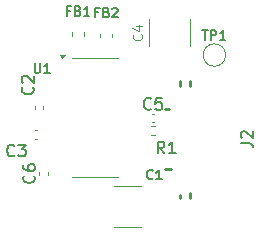
<source format=gbr>
%TF.GenerationSoftware,KiCad,Pcbnew,8.0.3*%
%TF.CreationDate,2024-11-14T20:06:39-08:00*%
%TF.ProjectId,SpeakerR,53706561-6b65-4725-922e-6b696361645f,rev?*%
%TF.SameCoordinates,Original*%
%TF.FileFunction,Legend,Top*%
%TF.FilePolarity,Positive*%
%FSLAX46Y46*%
G04 Gerber Fmt 4.6, Leading zero omitted, Abs format (unit mm)*
G04 Created by KiCad (PCBNEW 8.0.3) date 2024-11-14 20:06:39*
%MOMM*%
%LPD*%
G01*
G04 APERTURE LIST*
%ADD10C,0.150000*%
%ADD11C,0.125000*%
%ADD12C,0.250000*%
%ADD13C,0.120000*%
G04 APERTURE END LIST*
D10*
X130010819Y-104219333D02*
X130725104Y-104219333D01*
X130725104Y-104219333D02*
X130867961Y-104266952D01*
X130867961Y-104266952D02*
X130963200Y-104362190D01*
X130963200Y-104362190D02*
X131010819Y-104505047D01*
X131010819Y-104505047D02*
X131010819Y-104600285D01*
X130106057Y-103790761D02*
X130058438Y-103743142D01*
X130058438Y-103743142D02*
X130010819Y-103647904D01*
X130010819Y-103647904D02*
X130010819Y-103409809D01*
X130010819Y-103409809D02*
X130058438Y-103314571D01*
X130058438Y-103314571D02*
X130106057Y-103266952D01*
X130106057Y-103266952D02*
X130201295Y-103219333D01*
X130201295Y-103219333D02*
X130296533Y-103219333D01*
X130296533Y-103219333D02*
X130439390Y-103266952D01*
X130439390Y-103266952D02*
X131010819Y-103838380D01*
X131010819Y-103838380D02*
X131010819Y-103219333D01*
X123531333Y-105102819D02*
X123198000Y-104626628D01*
X122959905Y-105102819D02*
X122959905Y-104102819D01*
X122959905Y-104102819D02*
X123340857Y-104102819D01*
X123340857Y-104102819D02*
X123436095Y-104150438D01*
X123436095Y-104150438D02*
X123483714Y-104198057D01*
X123483714Y-104198057D02*
X123531333Y-104293295D01*
X123531333Y-104293295D02*
X123531333Y-104436152D01*
X123531333Y-104436152D02*
X123483714Y-104531390D01*
X123483714Y-104531390D02*
X123436095Y-104579009D01*
X123436095Y-104579009D02*
X123340857Y-104626628D01*
X123340857Y-104626628D02*
X122959905Y-104626628D01*
X124483714Y-105102819D02*
X123912286Y-105102819D01*
X124198000Y-105102819D02*
X124198000Y-104102819D01*
X124198000Y-104102819D02*
X124102762Y-104245676D01*
X124102762Y-104245676D02*
X124007524Y-104340914D01*
X124007524Y-104340914D02*
X123912286Y-104388533D01*
X112483580Y-106973666D02*
X112531200Y-107021285D01*
X112531200Y-107021285D02*
X112578819Y-107164142D01*
X112578819Y-107164142D02*
X112578819Y-107259380D01*
X112578819Y-107259380D02*
X112531200Y-107402237D01*
X112531200Y-107402237D02*
X112435961Y-107497475D01*
X112435961Y-107497475D02*
X112340723Y-107545094D01*
X112340723Y-107545094D02*
X112150247Y-107592713D01*
X112150247Y-107592713D02*
X112007390Y-107592713D01*
X112007390Y-107592713D02*
X111816914Y-107545094D01*
X111816914Y-107545094D02*
X111721676Y-107497475D01*
X111721676Y-107497475D02*
X111626438Y-107402237D01*
X111626438Y-107402237D02*
X111578819Y-107259380D01*
X111578819Y-107259380D02*
X111578819Y-107164142D01*
X111578819Y-107164142D02*
X111626438Y-107021285D01*
X111626438Y-107021285D02*
X111674057Y-106973666D01*
X111578819Y-106116523D02*
X111578819Y-106306999D01*
X111578819Y-106306999D02*
X111626438Y-106402237D01*
X111626438Y-106402237D02*
X111674057Y-106449856D01*
X111674057Y-106449856D02*
X111816914Y-106545094D01*
X111816914Y-106545094D02*
X112007390Y-106592713D01*
X112007390Y-106592713D02*
X112388342Y-106592713D01*
X112388342Y-106592713D02*
X112483580Y-106545094D01*
X112483580Y-106545094D02*
X112531200Y-106497475D01*
X112531200Y-106497475D02*
X112578819Y-106402237D01*
X112578819Y-106402237D02*
X112578819Y-106211761D01*
X112578819Y-106211761D02*
X112531200Y-106116523D01*
X112531200Y-106116523D02*
X112483580Y-106068904D01*
X112483580Y-106068904D02*
X112388342Y-106021285D01*
X112388342Y-106021285D02*
X112150247Y-106021285D01*
X112150247Y-106021285D02*
X112055009Y-106068904D01*
X112055009Y-106068904D02*
X112007390Y-106116523D01*
X112007390Y-106116523D02*
X111959771Y-106211761D01*
X111959771Y-106211761D02*
X111959771Y-106402237D01*
X111959771Y-106402237D02*
X112007390Y-106497475D01*
X112007390Y-106497475D02*
X112055009Y-106545094D01*
X112055009Y-106545094D02*
X112150247Y-106592713D01*
X122388333Y-101307580D02*
X122340714Y-101355200D01*
X122340714Y-101355200D02*
X122197857Y-101402819D01*
X122197857Y-101402819D02*
X122102619Y-101402819D01*
X122102619Y-101402819D02*
X121959762Y-101355200D01*
X121959762Y-101355200D02*
X121864524Y-101259961D01*
X121864524Y-101259961D02*
X121816905Y-101164723D01*
X121816905Y-101164723D02*
X121769286Y-100974247D01*
X121769286Y-100974247D02*
X121769286Y-100831390D01*
X121769286Y-100831390D02*
X121816905Y-100640914D01*
X121816905Y-100640914D02*
X121864524Y-100545676D01*
X121864524Y-100545676D02*
X121959762Y-100450438D01*
X121959762Y-100450438D02*
X122102619Y-100402819D01*
X122102619Y-100402819D02*
X122197857Y-100402819D01*
X122197857Y-100402819D02*
X122340714Y-100450438D01*
X122340714Y-100450438D02*
X122388333Y-100498057D01*
X123293095Y-100402819D02*
X122816905Y-100402819D01*
X122816905Y-100402819D02*
X122769286Y-100879009D01*
X122769286Y-100879009D02*
X122816905Y-100831390D01*
X122816905Y-100831390D02*
X122912143Y-100783771D01*
X122912143Y-100783771D02*
X123150238Y-100783771D01*
X123150238Y-100783771D02*
X123245476Y-100831390D01*
X123245476Y-100831390D02*
X123293095Y-100879009D01*
X123293095Y-100879009D02*
X123340714Y-100974247D01*
X123340714Y-100974247D02*
X123340714Y-101212342D01*
X123340714Y-101212342D02*
X123293095Y-101307580D01*
X123293095Y-101307580D02*
X123245476Y-101355200D01*
X123245476Y-101355200D02*
X123150238Y-101402819D01*
X123150238Y-101402819D02*
X122912143Y-101402819D01*
X122912143Y-101402819D02*
X122816905Y-101355200D01*
X122816905Y-101355200D02*
X122769286Y-101307580D01*
X110831333Y-105261580D02*
X110783714Y-105309200D01*
X110783714Y-105309200D02*
X110640857Y-105356819D01*
X110640857Y-105356819D02*
X110545619Y-105356819D01*
X110545619Y-105356819D02*
X110402762Y-105309200D01*
X110402762Y-105309200D02*
X110307524Y-105213961D01*
X110307524Y-105213961D02*
X110259905Y-105118723D01*
X110259905Y-105118723D02*
X110212286Y-104928247D01*
X110212286Y-104928247D02*
X110212286Y-104785390D01*
X110212286Y-104785390D02*
X110259905Y-104594914D01*
X110259905Y-104594914D02*
X110307524Y-104499676D01*
X110307524Y-104499676D02*
X110402762Y-104404438D01*
X110402762Y-104404438D02*
X110545619Y-104356819D01*
X110545619Y-104356819D02*
X110640857Y-104356819D01*
X110640857Y-104356819D02*
X110783714Y-104404438D01*
X110783714Y-104404438D02*
X110831333Y-104452057D01*
X111164667Y-104356819D02*
X111783714Y-104356819D01*
X111783714Y-104356819D02*
X111450381Y-104737771D01*
X111450381Y-104737771D02*
X111593238Y-104737771D01*
X111593238Y-104737771D02*
X111688476Y-104785390D01*
X111688476Y-104785390D02*
X111736095Y-104833009D01*
X111736095Y-104833009D02*
X111783714Y-104928247D01*
X111783714Y-104928247D02*
X111783714Y-105166342D01*
X111783714Y-105166342D02*
X111736095Y-105261580D01*
X111736095Y-105261580D02*
X111688476Y-105309200D01*
X111688476Y-105309200D02*
X111593238Y-105356819D01*
X111593238Y-105356819D02*
X111307524Y-105356819D01*
X111307524Y-105356819D02*
X111212286Y-105309200D01*
X111212286Y-105309200D02*
X111164667Y-105261580D01*
X112373580Y-99480666D02*
X112421200Y-99528285D01*
X112421200Y-99528285D02*
X112468819Y-99671142D01*
X112468819Y-99671142D02*
X112468819Y-99766380D01*
X112468819Y-99766380D02*
X112421200Y-99909237D01*
X112421200Y-99909237D02*
X112325961Y-100004475D01*
X112325961Y-100004475D02*
X112230723Y-100052094D01*
X112230723Y-100052094D02*
X112040247Y-100099713D01*
X112040247Y-100099713D02*
X111897390Y-100099713D01*
X111897390Y-100099713D02*
X111706914Y-100052094D01*
X111706914Y-100052094D02*
X111611676Y-100004475D01*
X111611676Y-100004475D02*
X111516438Y-99909237D01*
X111516438Y-99909237D02*
X111468819Y-99766380D01*
X111468819Y-99766380D02*
X111468819Y-99671142D01*
X111468819Y-99671142D02*
X111516438Y-99528285D01*
X111516438Y-99528285D02*
X111564057Y-99480666D01*
X111564057Y-99099713D02*
X111516438Y-99052094D01*
X111516438Y-99052094D02*
X111468819Y-98956856D01*
X111468819Y-98956856D02*
X111468819Y-98718761D01*
X111468819Y-98718761D02*
X111516438Y-98623523D01*
X111516438Y-98623523D02*
X111564057Y-98575904D01*
X111564057Y-98575904D02*
X111659295Y-98528285D01*
X111659295Y-98528285D02*
X111754533Y-98528285D01*
X111754533Y-98528285D02*
X111897390Y-98575904D01*
X111897390Y-98575904D02*
X112468819Y-99147332D01*
X112468819Y-99147332D02*
X112468819Y-98528285D01*
X126752476Y-94688295D02*
X127209619Y-94688295D01*
X126981047Y-95488295D02*
X126981047Y-94688295D01*
X127476286Y-95488295D02*
X127476286Y-94688295D01*
X127476286Y-94688295D02*
X127781048Y-94688295D01*
X127781048Y-94688295D02*
X127857238Y-94726390D01*
X127857238Y-94726390D02*
X127895333Y-94764485D01*
X127895333Y-94764485D02*
X127933429Y-94840676D01*
X127933429Y-94840676D02*
X127933429Y-94954961D01*
X127933429Y-94954961D02*
X127895333Y-95031152D01*
X127895333Y-95031152D02*
X127857238Y-95069247D01*
X127857238Y-95069247D02*
X127781048Y-95107342D01*
X127781048Y-95107342D02*
X127476286Y-95107342D01*
X128695333Y-95488295D02*
X128238190Y-95488295D01*
X128466762Y-95488295D02*
X128466762Y-94688295D01*
X128466762Y-94688295D02*
X128390571Y-94802580D01*
X128390571Y-94802580D02*
X128314381Y-94878771D01*
X128314381Y-94878771D02*
X128238190Y-94916866D01*
X122548667Y-107220104D02*
X122510571Y-107258200D01*
X122510571Y-107258200D02*
X122396286Y-107296295D01*
X122396286Y-107296295D02*
X122320095Y-107296295D01*
X122320095Y-107296295D02*
X122205809Y-107258200D01*
X122205809Y-107258200D02*
X122129619Y-107182009D01*
X122129619Y-107182009D02*
X122091524Y-107105819D01*
X122091524Y-107105819D02*
X122053428Y-106953438D01*
X122053428Y-106953438D02*
X122053428Y-106839152D01*
X122053428Y-106839152D02*
X122091524Y-106686771D01*
X122091524Y-106686771D02*
X122129619Y-106610580D01*
X122129619Y-106610580D02*
X122205809Y-106534390D01*
X122205809Y-106534390D02*
X122320095Y-106496295D01*
X122320095Y-106496295D02*
X122396286Y-106496295D01*
X122396286Y-106496295D02*
X122510571Y-106534390D01*
X122510571Y-106534390D02*
X122548667Y-106572485D01*
X123310571Y-107296295D02*
X122853428Y-107296295D01*
X123082000Y-107296295D02*
X123082000Y-106496295D01*
X123082000Y-106496295D02*
X123005809Y-106610580D01*
X123005809Y-106610580D02*
X122929619Y-106686771D01*
X122929619Y-106686771D02*
X122853428Y-106724866D01*
X115538333Y-93034247D02*
X115271667Y-93034247D01*
X115271667Y-93453295D02*
X115271667Y-92653295D01*
X115271667Y-92653295D02*
X115652619Y-92653295D01*
X116224047Y-93034247D02*
X116338333Y-93072342D01*
X116338333Y-93072342D02*
X116376428Y-93110438D01*
X116376428Y-93110438D02*
X116414524Y-93186628D01*
X116414524Y-93186628D02*
X116414524Y-93300914D01*
X116414524Y-93300914D02*
X116376428Y-93377104D01*
X116376428Y-93377104D02*
X116338333Y-93415200D01*
X116338333Y-93415200D02*
X116262143Y-93453295D01*
X116262143Y-93453295D02*
X115957381Y-93453295D01*
X115957381Y-93453295D02*
X115957381Y-92653295D01*
X115957381Y-92653295D02*
X116224047Y-92653295D01*
X116224047Y-92653295D02*
X116300238Y-92691390D01*
X116300238Y-92691390D02*
X116338333Y-92729485D01*
X116338333Y-92729485D02*
X116376428Y-92805676D01*
X116376428Y-92805676D02*
X116376428Y-92881866D01*
X116376428Y-92881866D02*
X116338333Y-92958057D01*
X116338333Y-92958057D02*
X116300238Y-92996152D01*
X116300238Y-92996152D02*
X116224047Y-93034247D01*
X116224047Y-93034247D02*
X115957381Y-93034247D01*
X117176428Y-93453295D02*
X116719285Y-93453295D01*
X116947857Y-93453295D02*
X116947857Y-92653295D01*
X116947857Y-92653295D02*
X116871666Y-92767580D01*
X116871666Y-92767580D02*
X116795476Y-92843771D01*
X116795476Y-92843771D02*
X116719285Y-92881866D01*
D11*
X121589404Y-95002332D02*
X121627500Y-95040428D01*
X121627500Y-95040428D02*
X121665595Y-95154713D01*
X121665595Y-95154713D02*
X121665595Y-95230904D01*
X121665595Y-95230904D02*
X121627500Y-95345190D01*
X121627500Y-95345190D02*
X121551309Y-95421380D01*
X121551309Y-95421380D02*
X121475119Y-95459475D01*
X121475119Y-95459475D02*
X121322738Y-95497571D01*
X121322738Y-95497571D02*
X121208452Y-95497571D01*
X121208452Y-95497571D02*
X121056071Y-95459475D01*
X121056071Y-95459475D02*
X120979880Y-95421380D01*
X120979880Y-95421380D02*
X120903690Y-95345190D01*
X120903690Y-95345190D02*
X120865595Y-95230904D01*
X120865595Y-95230904D02*
X120865595Y-95154713D01*
X120865595Y-95154713D02*
X120903690Y-95040428D01*
X120903690Y-95040428D02*
X120941785Y-95002332D01*
X121132261Y-94316618D02*
X121665595Y-94316618D01*
X120827500Y-94507094D02*
X121398928Y-94697571D01*
X121398928Y-94697571D02*
X121398928Y-94202332D01*
D10*
X117951333Y-93161247D02*
X117684667Y-93161247D01*
X117684667Y-93580295D02*
X117684667Y-92780295D01*
X117684667Y-92780295D02*
X118065619Y-92780295D01*
X118637047Y-93161247D02*
X118751333Y-93199342D01*
X118751333Y-93199342D02*
X118789428Y-93237438D01*
X118789428Y-93237438D02*
X118827524Y-93313628D01*
X118827524Y-93313628D02*
X118827524Y-93427914D01*
X118827524Y-93427914D02*
X118789428Y-93504104D01*
X118789428Y-93504104D02*
X118751333Y-93542200D01*
X118751333Y-93542200D02*
X118675143Y-93580295D01*
X118675143Y-93580295D02*
X118370381Y-93580295D01*
X118370381Y-93580295D02*
X118370381Y-92780295D01*
X118370381Y-92780295D02*
X118637047Y-92780295D01*
X118637047Y-92780295D02*
X118713238Y-92818390D01*
X118713238Y-92818390D02*
X118751333Y-92856485D01*
X118751333Y-92856485D02*
X118789428Y-92932676D01*
X118789428Y-92932676D02*
X118789428Y-93008866D01*
X118789428Y-93008866D02*
X118751333Y-93085057D01*
X118751333Y-93085057D02*
X118713238Y-93123152D01*
X118713238Y-93123152D02*
X118637047Y-93161247D01*
X118637047Y-93161247D02*
X118370381Y-93161247D01*
X119132285Y-92856485D02*
X119170381Y-92818390D01*
X119170381Y-92818390D02*
X119246571Y-92780295D01*
X119246571Y-92780295D02*
X119437047Y-92780295D01*
X119437047Y-92780295D02*
X119513238Y-92818390D01*
X119513238Y-92818390D02*
X119551333Y-92856485D01*
X119551333Y-92856485D02*
X119589428Y-92932676D01*
X119589428Y-92932676D02*
X119589428Y-93008866D01*
X119589428Y-93008866D02*
X119551333Y-93123152D01*
X119551333Y-93123152D02*
X119094190Y-93580295D01*
X119094190Y-93580295D02*
X119589428Y-93580295D01*
X112547476Y-97479295D02*
X112547476Y-98126914D01*
X112547476Y-98126914D02*
X112585571Y-98203104D01*
X112585571Y-98203104D02*
X112623666Y-98241200D01*
X112623666Y-98241200D02*
X112699857Y-98279295D01*
X112699857Y-98279295D02*
X112852238Y-98279295D01*
X112852238Y-98279295D02*
X112928428Y-98241200D01*
X112928428Y-98241200D02*
X112966523Y-98203104D01*
X112966523Y-98203104D02*
X113004619Y-98126914D01*
X113004619Y-98126914D02*
X113004619Y-97479295D01*
X113804618Y-98279295D02*
X113347475Y-98279295D01*
X113576047Y-98279295D02*
X113576047Y-97479295D01*
X113576047Y-97479295D02*
X113499856Y-97593580D01*
X113499856Y-97593580D02*
X113423666Y-97669771D01*
X113423666Y-97669771D02*
X113347475Y-97707866D01*
D12*
%TO.C,J2*%
X124884000Y-108886000D02*
X124884000Y-108586000D01*
X124884000Y-99386000D02*
X124884000Y-98986000D01*
X125684000Y-99386000D02*
X125684000Y-98986000D01*
X125684000Y-108886000D02*
X125684000Y-108486000D01*
X124074000Y-106426000D02*
X123574000Y-106426000D01*
X123954000Y-101346000D02*
X123574000Y-101346000D01*
D13*
%TO.C,R1*%
X122708641Y-103504000D02*
X122401359Y-103504000D01*
X122708641Y-102744000D02*
X122401359Y-102744000D01*
%TO.C,C6*%
X112924000Y-106914836D02*
X112924000Y-106699164D01*
X113644000Y-106914836D02*
X113644000Y-106699164D01*
%TO.C,C5*%
X122447164Y-101748000D02*
X122662836Y-101748000D01*
X122447164Y-102468000D02*
X122662836Y-102468000D01*
%TO.C,C3*%
X112541164Y-103145000D02*
X112756836Y-103145000D01*
X112541164Y-103865000D02*
X112756836Y-103865000D01*
%TO.C,C2*%
X113263000Y-101111164D02*
X113263000Y-101326836D01*
X112543000Y-101111164D02*
X112543000Y-101326836D01*
%TO.C,TP1*%
X128712000Y-96774000D02*
G75*
G02*
X126812000Y-96774000I-950000J0D01*
G01*
X126812000Y-96774000D02*
G75*
G02*
X128712000Y-96774000I950000J0D01*
G01*
%TO.C,C1*%
X121557252Y-107891000D02*
X119234748Y-107891000D01*
X121557252Y-111311000D02*
X119234748Y-111311000D01*
%TO.C,FB1*%
X115695000Y-95158779D02*
X115695000Y-94833221D01*
X116715000Y-95158779D02*
X116715000Y-94833221D01*
%TO.C,C4*%
X122242000Y-96030252D02*
X122242000Y-93707748D01*
X125662000Y-96030252D02*
X125662000Y-93707748D01*
%TO.C,FB2*%
X118108000Y-94960221D02*
X118108000Y-95285779D01*
X119128000Y-94960221D02*
X119128000Y-95285779D01*
%TO.C,U1*%
X117621500Y-97011000D02*
X115671500Y-97011000D01*
X117621500Y-97011000D02*
X119571500Y-97011000D01*
X117621500Y-107131000D02*
X115671500Y-107131000D01*
X117621500Y-107131000D02*
X119571500Y-107131000D01*
X114896500Y-97066000D02*
X114656500Y-96736000D01*
X115136500Y-96736000D01*
X114896500Y-97066000D01*
G36*
X114896500Y-97066000D02*
G01*
X114656500Y-96736000D01*
X115136500Y-96736000D01*
X114896500Y-97066000D01*
G37*
%TD*%
M02*

</source>
